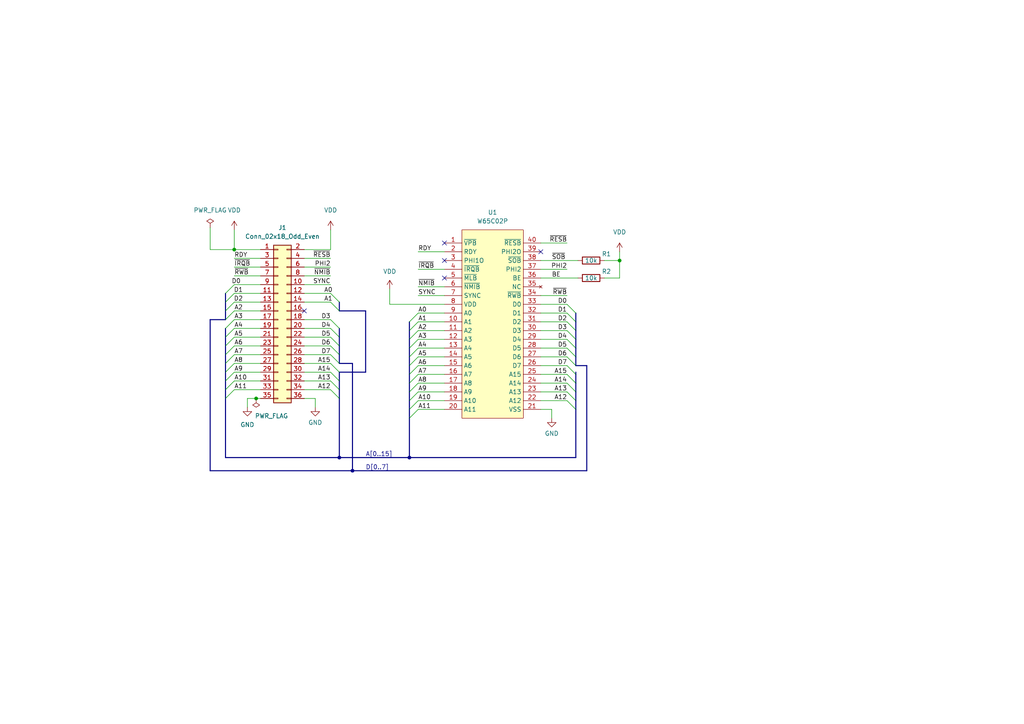
<source format=kicad_sch>
(kicad_sch (version 20211123) (generator eeschema)
  (paper "A4")
  (lib_symbols
    (symbol "Connector_Generic:Conn_02x18_Odd_Even" (pin_names (offset 1.016) hide)
      (property "Reference" "J" (at 1.27 22.86 0))
      (property "Value" "Conn_02x18_Odd_Even" (at 1.27 -25.4 0))
      (symbol "Conn_02x18_Odd_Even_1_1"
        (rectangle (start -1.27 -22.733) (end 0 -22.987) (stroke (width 0.1524)))
        (rectangle (start -1.27 -20.193) (end 0 -20.447) (stroke (width 0.1524)))
        (rectangle (start -1.27 -17.653) (end 0 -17.907) (stroke (width 0.1524)))
        (rectangle (start -1.27 -15.113) (end 0 -15.367) (stroke (width 0.1524)))
        (rectangle (start -1.27 -12.573) (end 0 -12.827) (stroke (width 0.1524)))
        (rectangle (start -1.27 -10.033) (end 0 -10.287) (stroke (width 0.1524)))
        (rectangle (start -1.27 -7.493) (end 0 -7.747) (stroke (width 0.1524)))
        (rectangle (start -1.27 -4.953) (end 0 -5.207) (stroke (width 0.1524)))
        (rectangle (start -1.27 -2.413) (end 0 -2.667) (stroke (width 0.1524)))
        (rectangle (start -1.27 0.127) (end 0 -0.127) (stroke (width 0.1524)))
        (rectangle (start -1.27 2.667) (end 0 2.413) (stroke (width 0.1524)))
        (rectangle (start -1.27 5.207) (end 0 4.953) (stroke (width 0.1524)))
        (rectangle (start -1.27 7.747) (end 0 7.493) (stroke (width 0.1524)))
        (rectangle (start -1.27 10.287) (end 0 10.033) (stroke (width 0.1524)))
        (rectangle (start -1.27 12.827) (end 0 12.573) (stroke (width 0.1524)))
        (rectangle (start -1.27 15.367) (end 0 15.113) (stroke (width 0.1524)))
        (rectangle (start -1.27 17.907) (end 0 17.653) (stroke (width 0.1524)))
        (rectangle (start -1.27 20.447) (end 0 20.193) (stroke (width 0.1524)))
        (rectangle (start -1.27 21.59) (end 3.81 -24.13) (stroke (width 0.254)) (fill (type background)))
        (rectangle (start 3.81 -22.733) (end 2.54 -22.987) (stroke (width 0.1524)))
        (rectangle (start 3.81 -20.193) (end 2.54 -20.447) (stroke (width 0.1524)))
        (rectangle (start 3.81 -17.653) (end 2.54 -17.907) (stroke (width 0.1524)))
        (rectangle (start 3.81 -15.113) (end 2.54 -15.367) (stroke (width 0.1524)))
        (rectangle (start 3.81 -12.573) (end 2.54 -12.827) (stroke (width 0.1524)))
        (rectangle (start 3.81 -10.033) (end 2.54 -10.287) (stroke (width 0.1524)))
        (rectangle (start 3.81 -7.493) (end 2.54 -7.747) (stroke (width 0.1524)))
        (rectangle (start 3.81 -4.953) (end 2.54 -5.207) (stroke (width 0.1524)))
        (rectangle (start 3.81 -2.413) (end 2.54 -2.667) (stroke (width 0.1524)))
        (rectangle (start 3.81 0.127) (end 2.54 -0.127) (stroke (width 0.1524)))
        (rectangle (start 3.81 2.667) (end 2.54 2.413) (stroke (width 0.1524)))
        (rectangle (start 3.81 5.207) (end 2.54 4.953) (stroke (width 0.1524)))
        (rectangle (start 3.81 7.747) (end 2.54 7.493) (stroke (width 0.1524)))
        (rectangle (start 3.81 10.287) (end 2.54 10.033) (stroke (width 0.1524)))
        (rectangle (start 3.81 12.827) (end 2.54 12.573) (stroke (width 0.1524)))
        (rectangle (start 3.81 15.367) (end 2.54 15.113) (stroke (width 0.1524)))
        (rectangle (start 3.81 17.907) (end 2.54 17.653) (stroke (width 0.1524)))
        (rectangle (start 3.81 20.447) (end 2.54 20.193) (stroke (width 0.1524)))
        (pin passive line (at -5.08 20.32 0) (length 3.81) (name "Pin_1") (number "1"))
        (pin passive line (at 7.62 10.16 180) (length 3.81) (name "Pin_10") (number "10"))
        (pin passive line (at -5.08 7.62 0) (length 3.81) (name "Pin_11") (number "11"))
        (pin passive line (at 7.62 7.62 180) (length 3.81) (name "Pin_12") (number "12"))
        (pin passive line (at -5.08 5.08 0) (length 3.81) (name "Pin_13") (number "13"))
        (pin passive line (at 7.62 5.08 180) (length 3.81) (name "Pin_14") (number "14"))
        (pin passive line (at -5.08 2.54 0) (length 3.81) (name "Pin_15") (number "15"))
        (pin passive line (at 7.62 2.54 180) (length 3.81) (name "Pin_16") (number "16"))
        (pin passive line (at -5.08 0 0) (length 3.81) (name "Pin_17") (number "17"))
        (pin passive line (at 7.62 0 180) (length 3.81) (name "Pin_18") (number "18"))
        (pin passive line (at -5.08 -2.54 0) (length 3.81) (name "Pin_19") (number "19"))
        (pin passive line (at 7.62 20.32 180) (length 3.81) (name "Pin_2") (number "2"))
        (pin passive line (at 7.62 -2.54 180) (length 3.81) (name "Pin_20") (number "20"))
        (pin passive line (at -5.08 -5.08 0) (length 3.81) (name "Pin_21") (number "21"))
        (pin passive line (at 7.62 -5.08 180) (length 3.81) (name "Pin_22") (number "22"))
        (pin passive line (at -5.08 -7.62 0) (length 3.81) (name "Pin_23") (number "23"))
        (pin passive line (at 7.62 -7.62 180) (length 3.81) (name "Pin_24") (number "24"))
        (pin passive line (at -5.08 -10.16 0) (length 3.81) (name "Pin_25") (number "25"))
        (pin passive line (at 7.62 -10.16 180) (length 3.81) (name "Pin_26") (number "26"))
        (pin passive line (at -5.08 -12.7 0) (length 3.81) (name "Pin_27") (number "27"))
        (pin passive line (at 7.62 -12.7 180) (length 3.81) (name "Pin_28") (number "28"))
        (pin passive line (at -5.08 -15.24 0) (length 3.81) (name "Pin_29") (number "29"))
        (pin passive line (at -5.08 17.78 0) (length 3.81) (name "Pin_3") (number "3"))
        (pin passive line (at 7.62 -15.24 180) (length 3.81) (name "Pin_30") (number "30"))
        (pin passive line (at -5.08 -17.78 0) (length 3.81) (name "Pin_31") (number "31"))
        (pin passive line (at 7.62 -17.78 180) (length 3.81) (name "Pin_32") (number "32"))
        (pin passive line (at -5.08 -20.32 0) (length 3.81) (name "Pin_33") (number "33"))
        (pin passive line (at 7.62 -20.32 180) (length 3.81) (name "Pin_34") (number "34"))
        (pin passive line (at -5.08 -22.86 0) (length 3.81) (name "Pin_35") (number "35"))
        (pin passive line (at 7.62 -22.86 180) (length 3.81) (name "Pin_36") (number "36"))
        (pin passive line (at 7.62 17.78 180) (length 3.81) (name "Pin_4") (number "4"))
        (pin passive line (at -5.08 15.24 0) (length 3.81) (name "Pin_5") (number "5"))
        (pin passive line (at 7.62 15.24 180) (length 3.81) (name "Pin_6") (number "6"))
        (pin passive line (at -5.08 12.7 0) (length 3.81) (name "Pin_7") (number "7"))
        (pin passive line (at 7.62 12.7 180) (length 3.81) (name "Pin_8") (number "8"))
        (pin passive line (at -5.08 10.16 0) (length 3.81) (name "Pin_9") (number "9"))
      )
    )
    (symbol "Device:R" (pin_numbers hide) (pin_names (offset 0))
      (property "Reference" "R" (at 2.032 0 90))
      (property "Value" "R" (at 0 0 90))
      (symbol "R_0_1"
        (rectangle (start -1.016 -2.54) (end 1.016 2.54) (stroke (width 0.254)))
      )
      (symbol "R_1_1"
        (pin passive line (at 0 3.81 270) (length 1.27) (name "~") (number "1"))
        (pin passive line (at 0 -3.81 90) (length 1.27) (name "~") (number "2"))
      )
    )
    (symbol "IC:W65C02P"
      (property "Reference" "U" (at 0 0 0))
      (property "Value" "W65C02P" (at 16.51 0 0))
      (symbol "W65C02P_0_1"
        (rectangle (start 0 -1.27) (end 17.78 -55.88) (fill (type background)))
      )
      (symbol "W65C02P_1_1"
        (pin output line (at -5.08 -5.08 0) (length 5.08) (name "~{VPB}") (number "1"))
        (pin output line (at -5.08 -27.94 0) (length 5.08) (name "A1") (number "10"))
        (pin output line (at -5.08 -30.48 0) (length 5.08) (name "A2") (number "11"))
        (pin output line (at -5.08 -33.02 0) (length 5.08) (name "A3") (number "12"))
        (pin output line (at -5.08 -35.56 0) (length 5.08) (name "A4") (number "13"))
        (pin output line (at -5.08 -38.1 0) (length 5.08) (name "A5") (number "14"))
        (pin output line (at -5.08 -40.64 0) (length 5.08) (name "A6") (number "15"))
        (pin output line (at -5.08 -43.18 0) (length 5.08) (name "A7") (number "16"))
        (pin output line (at -5.08 -45.72 0) (length 5.08) (name "A8") (number "17"))
        (pin output line (at -5.08 -48.26 0) (length 5.08) (name "A9") (number "18"))
        (pin output line (at -5.08 -50.8 0) (length 5.08) (name "A10") (number "19"))
        (pin input line (at -5.08 -7.62 0) (length 5.08) (name "RDY") (number "2"))
        (pin output line (at -5.08 -53.34 0) (length 5.08) (name "A11") (number "20"))
        (pin input line (at 22.86 -53.34 180) (length 5.08) (name "VSS") (number "21"))
        (pin output line (at 22.86 -50.8 180) (length 5.08) (name "A12") (number "22"))
        (pin output line (at 22.86 -48.26 180) (length 5.08) (name "A13") (number "23"))
        (pin output line (at 22.86 -45.72 180) (length 5.08) (name "A14") (number "24"))
        (pin output line (at 22.86 -43.18 180) (length 5.08) (name "A15") (number "25"))
        (pin bidirectional line (at 22.86 -40.64 180) (length 5.08) (name "D7") (number "26"))
        (pin bidirectional line (at 22.86 -38.1 180) (length 5.08) (name "D6") (number "27"))
        (pin bidirectional line (at 22.86 -35.56 180) (length 5.08) (name "D5") (number "28"))
        (pin bidirectional line (at 22.86 -33.02 180) (length 5.08) (name "D4") (number "29"))
        (pin output line (at -5.08 -10.16 0) (length 5.08) (name "PHI1O") (number "3"))
        (pin bidirectional line (at 22.86 -30.48 180) (length 5.08) (name "D3") (number "30"))
        (pin bidirectional line (at 22.86 -27.94 180) (length 5.08) (name "D2") (number "31"))
        (pin bidirectional line (at 22.86 -25.4 180) (length 5.08) (name "D1") (number "32"))
        (pin bidirectional line (at 22.86 -22.86 180) (length 5.08) (name "D0") (number "33"))
        (pin output line (at 22.86 -20.32 180) (length 5.08) (name "~{RWB}") (number "34"))
        (pin no_connect line (at 22.86 -17.78 180) (length 5.08) (name "NC") (number "35"))
        (pin input line (at 22.86 -15.24 180) (length 5.08) (name "BE") (number "36"))
        (pin input line (at 22.86 -12.7 180) (length 5.08) (name "PHI2") (number "37"))
        (pin input line (at 22.86 -10.16 180) (length 5.08) (name "~{SOB}") (number "38"))
        (pin output line (at 22.86 -7.62 180) (length 5.08) (name "PHI2O") (number "39"))
        (pin input line (at -5.08 -12.7 0) (length 5.08) (name "~{IRQB}") (number "4"))
        (pin input line (at 22.86 -5.08 180) (length 5.08) (name "~{RESB}") (number "40"))
        (pin output line (at -5.08 -15.24 0) (length 5.08) (name "~{MLB}") (number "5"))
        (pin input line (at -5.08 -17.78 0) (length 5.08) (name "~{NMIB}") (number "6"))
        (pin output line (at -5.08 -20.32 0) (length 5.08) (name "SYNC") (number "7"))
        (pin power_in line (at -5.08 -22.86 0) (length 5.08) (name "VDD") (number "8"))
        (pin output line (at -5.08 -25.4 0) (length 5.08) (name "A0") (number "9"))
      )
    )
    (symbol "power:GND" (power) (pin_names (offset 0))
      (property "Value" "GND" (at 0 -3.81 0))
      (symbol "GND_0_1"
        (polyline (pts (xy 0 0) (xy 0 -1.27) (xy 1.27 -1.27) (xy 0 -2.54) (xy -1.27 -1.27) (xy 0 -1.27)))
      )
      (symbol "GND_1_1"
        (pin power_in line (at 0 0 270) (length 0) hide (name "GND") (number "1"))
      )
    )
    (symbol "power:PWR_FLAG" (power) (pin_numbers hide) (pin_names (offset 0) hide)
      (property "Value" "PWR_FLAG" (at 0 3.81 0))
      (symbol "PWR_FLAG_0_0"
        (pin power_out line (at 0 0 90) (length 0) (name "pwr") (number "1"))
      )
      (symbol "PWR_FLAG_0_1"
        (polyline (pts (xy 0 0) (xy 0 1.27) (xy -1.016 1.905) (xy 0 2.54) (xy 1.016 1.905) (xy 0 1.27)))
      )
    )
    (symbol "power:VDD" (power) (pin_names (offset 0))
      (property "Value" "VDD" (at 0 3.81 0))
      (symbol "VDD_0_1"
        (polyline (pts (xy -0.762 1.27) (xy 0 2.54)))
        (polyline (pts (xy 0 0) (xy 0 2.54)))
        (polyline (pts (xy 0 2.54) (xy 0.762 1.27)))
      )
      (symbol "VDD_1_1"
        (pin power_in line (at 0 0 90) (length 0) hide (name "VDD") (number "1"))
      )
    )
  )
  (junction (at 118.745 132.715))
  (junction (at 102.235 136.525))
  (junction (at 67.945 72.39))
  (junction (at 179.705 75.565))
  (junction (at 74.295 115.57))
  (junction (at 98.425 132.715))
  (no_connect (at 88.265 90.17))
  (no_connect (at 128.905 70.485))
  (no_connect (at 128.905 75.565))
  (no_connect (at 156.845 73.025))
  (no_connect (at 128.905 80.645))
  (bus_entry (at 121.285 118.745) (size -2.54 2.54))
  (bus_entry (at 67.945 87.63) (size -2.54 2.54))
  (bus_entry (at 67.945 85.09) (size -2.54 2.54))
  (bus_entry (at 164.465 116.205) (size 2.54 2.54))
  (bus_entry (at 164.465 106.045) (size 2.54 2.54))
  (bus_entry (at 164.465 93.345) (size 2.54 2.54))
  (bus_entry (at 67.945 90.17) (size -2.54 2.54))
  (bus_entry (at 121.285 116.205) (size -2.54 2.54))
  (bus_entry (at 164.465 98.425) (size 2.54 2.54))
  (bus_entry (at 67.945 92.71) (size -2.54 2.54))
  (bus_entry (at 164.465 100.965) (size 2.54 2.54))
  (bus_entry (at 67.945 102.87) (size -2.54 2.54))
  (bus_entry (at 67.945 82.55) (size -2.54 2.54))
  (bus_entry (at 95.885 107.95) (size 2.54 2.54))
  (bus_entry (at 95.885 105.41) (size 2.54 2.54))
  (bus_entry (at 95.885 102.87) (size 2.54 2.54))
  (bus_entry (at 95.885 113.03) (size 2.54 2.54))
  (bus_entry (at 95.885 110.49) (size 2.54 2.54))
  (bus_entry (at 95.885 92.71) (size 2.54 2.54))
  (bus_entry (at 95.885 100.33) (size 2.54 2.54))
  (bus_entry (at 95.885 97.79) (size 2.54 2.54))
  (bus_entry (at 95.885 95.25) (size 2.54 2.54))
  (bus_entry (at 95.885 87.63) (size 2.54 2.54))
  (bus_entry (at 95.885 85.09) (size 2.54 2.54))
  (bus_entry (at 121.285 111.125) (size -2.54 2.54))
  (bus_entry (at 164.465 88.265) (size 2.54 2.54))
  (bus_entry (at 121.285 90.805) (size -2.54 2.54))
  (bus_entry (at 67.945 113.03) (size -2.54 2.54))
  (bus_entry (at 164.465 113.665) (size 2.54 2.54))
  (bus_entry (at 121.285 103.505) (size -2.54 2.54))
  (bus_entry (at 121.285 113.665) (size -2.54 2.54))
  (bus_entry (at 164.465 95.885) (size 2.54 2.54))
  (bus_entry (at 164.465 90.805) (size 2.54 2.54))
  (bus_entry (at 164.465 108.585) (size 2.54 2.54))
  (bus_entry (at 164.465 111.125) (size 2.54 2.54))
  (bus_entry (at 67.945 105.41) (size -2.54 2.54))
  (bus_entry (at 67.945 95.25) (size -2.54 2.54))
  (bus_entry (at 121.285 108.585) (size -2.54 2.54))
  (bus_entry (at 67.945 107.95) (size -2.54 2.54))
  (bus_entry (at 67.945 100.33) (size -2.54 2.54))
  (bus_entry (at 67.945 97.79) (size -2.54 2.54))
  (bus_entry (at 67.945 110.49) (size -2.54 2.54))
  (bus_entry (at 121.285 100.965) (size -2.54 2.54))
  (bus_entry (at 121.285 98.425) (size -2.54 2.54))
  (bus_entry (at 121.285 95.885) (size -2.54 2.54))
  (bus_entry (at 121.285 106.045) (size -2.54 2.54))
  (bus_entry (at 121.285 93.345) (size -2.54 2.54))
  (bus_entry (at 164.465 103.505) (size 2.54 2.54))
  (bus (pts (xy 118.745 103.505) (xy 118.745 106.045)))
  (wire (pts (xy 88.265 102.87) (xy 95.885 102.87)))
  (bus (pts (xy 118.745 108.585) (xy 118.745 111.125)))
  (bus (pts (xy 98.425 90.17) (xy 106.045 90.17)))
  (wire (pts (xy 67.945 80.01) (xy 75.565 80.01)))
  (bus (pts (xy 118.745 132.715) (xy 167.005 132.715)))
  (wire (pts (xy 95.885 82.55) (xy 88.265 82.55)))
  (wire (pts (xy 67.945 107.95) (xy 75.565 107.95)))
  (bus (pts (xy 167.005 103.505) (xy 167.005 100.965)))
  (bus (pts (xy 65.405 100.33) (xy 65.405 102.87)))
  (wire (pts (xy 67.945 90.17) (xy 75.565 90.17)))
  (wire (pts (xy 121.285 103.505) (xy 128.905 103.505)))
  (wire (pts (xy 156.845 103.505) (xy 164.465 103.505)))
  (wire (pts (xy 156.845 95.885) (xy 164.465 95.885)))
  (bus (pts (xy 65.405 102.87) (xy 65.405 105.41)))
  (wire (pts (xy 88.265 95.25) (xy 95.885 95.25)))
  (bus (pts (xy 106.045 107.95) (xy 98.425 107.95)))
  (wire (pts (xy 88.265 85.09) (xy 95.885 85.09)))
  (wire (pts (xy 74.295 115.57) (xy 75.565 115.57)))
  (wire (pts (xy 121.285 83.185) (xy 128.905 83.185)))
  (wire (pts (xy 179.705 75.565) (xy 175.26 75.565)))
  (wire (pts (xy 121.285 116.205) (xy 128.905 116.205)))
  (bus (pts (xy 98.425 105.41) (xy 102.235 105.41)))
  (wire (pts (xy 121.285 85.725) (xy 128.905 85.725)))
  (bus (pts (xy 170.18 136.525) (xy 170.18 106.045)))
  (bus (pts (xy 65.405 115.57) (xy 65.405 132.715)))
  (wire (pts (xy 121.285 93.345) (xy 128.905 93.345)))
  (bus (pts (xy 102.235 105.41) (xy 102.235 136.525)))
  (wire (pts (xy 71.755 115.57) (xy 74.295 115.57)))
  (wire (pts (xy 160.02 118.745) (xy 160.02 121.285)))
  (wire (pts (xy 71.755 118.11) (xy 71.755 115.57)))
  (wire (pts (xy 156.845 75.565) (xy 167.64 75.565)))
  (wire (pts (xy 60.96 66.04) (xy 60.96 72.39)))
  (wire (pts (xy 121.285 111.125) (xy 128.905 111.125)))
  (wire (pts (xy 67.945 87.63) (xy 75.565 87.63)))
  (wire (pts (xy 95.885 110.49) (xy 88.265 110.49)))
  (wire (pts (xy 95.885 80.01) (xy 88.265 80.01)))
  (bus (pts (xy 118.745 95.885) (xy 118.745 98.425)))
  (bus (pts (xy 60.96 136.525) (xy 102.235 136.525)))
  (wire (pts (xy 67.945 110.49) (xy 75.565 110.49)))
  (wire (pts (xy 75.565 82.55) (xy 67.945 82.55)))
  (wire (pts (xy 164.465 113.665) (xy 156.845 113.665)))
  (bus (pts (xy 167.005 108.585) (xy 167.005 107.95)))
  (bus (pts (xy 167.005 100.965) (xy 167.005 98.425)))
  (wire (pts (xy 113.03 88.265) (xy 128.905 88.265)))
  (bus (pts (xy 167.005 93.345) (xy 167.005 90.805)))
  (wire (pts (xy 67.945 100.33) (xy 75.565 100.33)))
  (wire (pts (xy 156.845 93.345) (xy 164.465 93.345)))
  (wire (pts (xy 88.265 115.57) (xy 91.44 115.57)))
  (bus (pts (xy 65.405 90.17) (xy 65.405 92.71)))
  (bus (pts (xy 98.425 87.63) (xy 98.425 90.17)))
  (bus (pts (xy 65.405 92.71) (xy 60.96 92.71)))
  (bus (pts (xy 98.425 110.49) (xy 98.425 113.03)))
  (wire (pts (xy 60.96 72.39) (xy 67.945 72.39)))
  (bus (pts (xy 118.745 100.965) (xy 118.745 103.505)))
  (bus (pts (xy 167.005 98.425) (xy 167.005 95.885)))
  (bus (pts (xy 65.405 85.09) (xy 65.405 87.63)))
  (wire (pts (xy 156.845 90.805) (xy 164.465 90.805)))
  (bus (pts (xy 167.005 113.665) (xy 167.005 111.125)))
  (wire (pts (xy 88.265 74.93) (xy 95.885 74.93)))
  (wire (pts (xy 121.285 98.425) (xy 128.905 98.425)))
  (bus (pts (xy 167.005 95.885) (xy 167.005 93.345)))
  (wire (pts (xy 88.265 77.47) (xy 95.885 77.47)))
  (wire (pts (xy 121.285 100.965) (xy 128.905 100.965)))
  (bus (pts (xy 118.745 118.745) (xy 118.745 121.285)))
  (wire (pts (xy 121.285 113.665) (xy 128.905 113.665)))
  (wire (pts (xy 156.845 106.045) (xy 164.465 106.045)))
  (bus (pts (xy 98.425 107.95) (xy 98.425 110.49)))
  (bus (pts (xy 118.745 93.345) (xy 118.745 95.885)))
  (wire (pts (xy 75.565 77.47) (xy 67.945 77.47)))
  (bus (pts (xy 167.005 132.715) (xy 167.005 118.745)))
  (bus (pts (xy 106.045 90.17) (xy 106.045 107.95)))
  (bus (pts (xy 98.425 132.715) (xy 65.405 132.715)))
  (wire (pts (xy 67.945 113.03) (xy 75.565 113.03)))
  (bus (pts (xy 60.96 92.71) (xy 60.96 136.525)))
  (bus (pts (xy 118.745 121.285) (xy 118.745 132.715)))
  (wire (pts (xy 67.945 74.93) (xy 75.565 74.93)))
  (wire (pts (xy 67.945 85.09) (xy 75.565 85.09)))
  (wire (pts (xy 95.885 72.39) (xy 95.885 66.675)))
  (wire (pts (xy 156.845 70.485) (xy 164.465 70.485)))
  (wire (pts (xy 88.265 105.41) (xy 95.885 105.41)))
  (wire (pts (xy 121.285 118.745) (xy 128.905 118.745)))
  (wire (pts (xy 95.885 113.03) (xy 88.265 113.03)))
  (wire (pts (xy 67.945 97.79) (xy 75.565 97.79)))
  (wire (pts (xy 67.945 72.39) (xy 75.565 72.39)))
  (wire (pts (xy 164.465 116.205) (xy 156.845 116.205)))
  (wire (pts (xy 121.285 73.025) (xy 128.905 73.025)))
  (wire (pts (xy 164.465 111.125) (xy 156.845 111.125)))
  (bus (pts (xy 118.745 116.205) (xy 118.745 118.745)))
  (wire (pts (xy 67.945 66.675) (xy 67.945 72.39)))
  (wire (pts (xy 156.845 108.585) (xy 164.465 108.585)))
  (bus (pts (xy 167.005 118.745) (xy 167.005 116.205)))
  (wire (pts (xy 164.465 85.725) (xy 156.845 85.725)))
  (bus (pts (xy 98.425 113.03) (xy 98.425 115.57)))
  (wire (pts (xy 156.845 118.745) (xy 160.02 118.745)))
  (bus (pts (xy 118.745 132.715) (xy 98.425 132.715)))
  (wire (pts (xy 179.705 80.645) (xy 175.26 80.645)))
  (wire (pts (xy 95.885 107.95) (xy 88.265 107.95)))
  (bus (pts (xy 65.405 95.25) (xy 65.405 97.79)))
  (wire (pts (xy 121.285 90.805) (xy 128.905 90.805)))
  (wire (pts (xy 88.265 100.33) (xy 95.885 100.33)))
  (bus (pts (xy 98.425 115.57) (xy 98.425 132.715)))
  (bus (pts (xy 65.405 110.49) (xy 65.405 113.03)))
  (wire (pts (xy 156.845 78.105) (xy 164.465 78.105)))
  (wire (pts (xy 67.945 95.25) (xy 75.565 95.25)))
  (wire (pts (xy 121.285 95.885) (xy 128.905 95.885)))
  (bus (pts (xy 65.405 113.03) (xy 65.405 115.57)))
  (wire (pts (xy 88.265 92.71) (xy 95.885 92.71)))
  (bus (pts (xy 65.405 107.95) (xy 65.405 110.49)))
  (bus (pts (xy 98.425 100.33) (xy 98.425 102.87)))
  (bus (pts (xy 65.405 105.41) (xy 65.405 107.95)))
  (wire (pts (xy 88.265 72.39) (xy 95.885 72.39)))
  (wire (pts (xy 91.44 115.57) (xy 91.44 118.11)))
  (wire (pts (xy 67.945 92.71) (xy 75.565 92.71)))
  (bus (pts (xy 98.425 102.87) (xy 98.425 105.41)))
  (wire (pts (xy 156.845 100.965) (xy 164.465 100.965)))
  (wire (pts (xy 88.265 87.63) (xy 95.885 87.63)))
  (wire (pts (xy 156.845 88.265) (xy 164.465 88.265)))
  (bus (pts (xy 167.005 116.205) (xy 167.005 113.665)))
  (wire (pts (xy 113.03 83.82) (xy 113.03 88.265)))
  (bus (pts (xy 102.235 136.525) (xy 170.18 136.525)))
  (wire (pts (xy 121.285 106.045) (xy 128.905 106.045)))
  (bus (pts (xy 65.405 87.63) (xy 65.405 90.17)))
  (wire (pts (xy 156.845 80.645) (xy 167.64 80.645)))
  (wire (pts (xy 179.705 75.565) (xy 179.705 80.645)))
  (bus (pts (xy 98.425 97.79) (xy 98.425 100.33)))
  (wire (pts (xy 67.945 102.87) (xy 75.565 102.87)))
  (bus (pts (xy 167.005 106.045) (xy 167.005 103.505)))
  (bus (pts (xy 118.745 98.425) (xy 118.745 100.965)))
  (wire (pts (xy 128.905 78.105) (xy 121.285 78.105)))
  (wire (pts (xy 179.705 73.025) (xy 179.705 75.565)))
  (bus (pts (xy 118.745 111.125) (xy 118.745 113.665)))
  (wire (pts (xy 156.845 98.425) (xy 164.465 98.425)))
  (wire (pts (xy 67.945 105.41) (xy 75.565 105.41)))
  (bus (pts (xy 118.745 106.045) (xy 118.745 108.585)))
  (bus (pts (xy 167.005 111.125) (xy 167.005 108.585)))
  (wire (pts (xy 121.285 108.585) (xy 128.905 108.585)))
  (bus (pts (xy 118.745 113.665) (xy 118.745 116.205)))
  (bus (pts (xy 98.425 95.25) (xy 98.425 97.79)))
  (wire (pts (xy 88.265 97.79) (xy 95.885 97.79)))
  (bus (pts (xy 65.405 97.79) (xy 65.405 100.33)))
  (bus (pts (xy 170.18 106.045) (xy 167.005 106.045)))
  (label "A13" (at 164.465 113.665 180))
  (label "D1" (at 70.485 85.09 180))
  (label "D2" (at 164.465 93.345 180))
  (label "A8" (at 121.285 111.125 0))
  (label "A11" (at 67.945 113.03 0))
  (label "RDY" (at 121.285 73.025 0))
  (label "D4" (at 164.465 98.425 180))
  (label "~{RESB}" (at 164.465 70.485 180))
  (label "A5" (at 121.285 103.505 0))
  (label "A6" (at 67.945 100.33 0))
  (label "D7" (at 95.885 102.87 180))
  (label "PHI2" (at 95.885 77.47 180))
  (label "A7" (at 67.945 102.87 0))
  (label "D7" (at 164.465 106.045 180))
  (label "A13" (at 95.885 110.49 180))
  (label "PHI2" (at 164.465 78.105 180))
  (label "A14" (at 95.885 107.95 180))
  (label "A1" (at 121.285 93.345 0))
  (label "A9" (at 121.285 113.665 0))
  (label "A9" (at 67.945 107.95 0))
  (label "SYNC" (at 95.885 82.55 180))
  (label "D6" (at 95.885 100.33 180))
  (label "A5" (at 67.945 97.79 0))
  (label "A15" (at 164.465 108.585 180))
  (label "D5" (at 164.465 100.965 180))
  (label "A0" (at 121.285 90.805 0))
  (label "A3" (at 121.285 98.425 0))
  (label "~{RWB}" (at 164.465 85.725 180))
  (label "D[0..7]" (at 106.045 136.525 0))
  (label "A7" (at 121.285 108.585 0))
  (label "~{NMIB}" (at 95.885 80.01 180))
  (label "A8" (at 67.945 105.41 0))
  (label "D0" (at 164.465 88.265 180))
  (label "A12" (at 95.885 113.03 180))
  (label "A2" (at 121.285 95.885 0))
  (label "~{RWB}" (at 67.945 80.01 0))
  (label "A12" (at 164.465 116.205 180))
  (label "RDY" (at 67.945 74.93 0))
  (label "A3" (at 67.945 92.71 0))
  (label "A1" (at 93.98 87.63 0))
  (label "~{NMIB}" (at 121.285 83.185 0))
  (label "A4" (at 121.285 100.965 0))
  (label "D3" (at 95.885 92.71 180))
  (label "A0" (at 93.98 85.09 0))
  (label "D3" (at 164.465 95.885 180))
  (label "A6" (at 121.285 106.045 0))
  (label "~{IRQB}" (at 67.945 77.47 0))
  (label "~{SOB}" (at 160.02 75.565 0))
  (label "A11" (at 121.285 118.745 0))
  (label "D1" (at 164.465 90.805 180))
  (label "A[0..15]" (at 106.045 132.715 0))
  (label "A15" (at 95.885 105.41 180))
  (label "D0" (at 69.85 82.55 180))
  (label "D4" (at 95.885 95.25 180))
  (label "A14" (at 164.465 111.125 180))
  (label "D6" (at 164.465 103.505 180))
  (label "BE" (at 160.02 80.645 0))
  (label "A10" (at 121.285 116.205 0))
  (label "D5" (at 95.885 97.79 180))
  (label "A4" (at 67.945 95.25 0))
  (label "A10" (at 67.945 110.49 0))
  (label "~{RESB}" (at 95.885 74.93 180))
  (label "A2" (at 67.945 90.17 0))
  (label "D2" (at 70.485 87.63 180))
  (label "~{IRQB}" (at 121.285 78.105 0))
  (label "SYNC" (at 121.285 85.725 0))
  (symbol (lib_id "power:VDD") (at 113.03 83.82 0) (unit 1)
    (property "Reference" "#PWR04" (effects hide))
    (property "Value" "VDD" (at 113.03 78.74 0))
  )
  (symbol (lib_id "power:GND") (at 71.755 118.11 0) (unit 1)
    (property "Reference" "#PWR05" (effects hide))
    (property "Value" "GND" (at 71.755 123.19 0))
  )
  (symbol (lib_id "power:VDD") (at 67.945 66.675 0) (unit 1)
    (property "Reference" "#PWR01" (effects hide))
    (property "Value" "VDD" (at 67.945 60.96 0))
  )
  (symbol (lib_id "IC:W65C02P") (at 133.985 65.405 0) (unit 1)
    (property "Reference" "U1" (at 142.875 61.595 0))
    (property "Value" "W65C02P" (at 142.875 64.135 0))
    (property "Footprint" "Package_DIP:DIP-40_W15.24mm_Socket_LongPads" (effects hide))
    (property "Datasheet" "https://www.westerndesigncenter.com/wdc/documentation/w65c02s.pdf" (effects hide))
  )
  (symbol (lib_id "power:PWR_FLAG") (at 74.295 115.57 180) (unit 1)
    (property "Reference" "#FLG0101" (effects hide))
    (property "Value" "PWR_FLAG" (at 78.74 120.65 0))
  )
  (symbol (lib_id "power:GND") (at 91.44 118.11 0) (unit 1)
    (property "Reference" "#PWR06" (effects hide))
    (property "Value" "GND" (at 91.44 122.555 0))
  )
  (symbol (lib_id "power:VDD") (at 95.885 66.675 0) (unit 1)
    (property "Reference" "#PWR02" (effects hide))
    (property "Value" "VDD" (at 95.885 60.96 0))
  )
  (symbol (lib_id "Device:R") (at 171.45 75.565 90) (unit 1)
    (property "Reference" "R1" (at 175.895 73.66 90))
    (property "Value" "10k" (at 171.45 75.565 90))
    (property "Footprint" "Resistor_SMD:R_0603_1608Metric_Pad0.98x0.95mm_HandSolder" (effects hide))
  )
  (symbol (lib_id "power:VDD") (at 179.705 73.025 0) (unit 1)
    (property "Reference" "#PWR03" (effects hide))
    (property "Value" "VDD" (at 179.705 67.31 0))
  )
  (symbol (lib_id "power:GND") (at 160.02 121.285 0) (unit 1)
    (property "Reference" "#PWR07" (effects hide))
    (property "Value" "GND" (at 160.02 125.73 0))
  )
  (symbol (lib_id "Device:R") (at 171.45 80.645 90) (unit 1)
    (property "Reference" "R2" (at 175.895 78.74 90))
    (property "Value" "10k" (at 171.45 80.645 90))
    (property "Footprint" "Resistor_SMD:R_0603_1608Metric_Pad0.98x0.95mm_HandSolder" (effects hide))
  )
  (symbol (lib_id "power:PWR_FLAG") (at 60.96 66.04 0) (unit 1)
    (property "Reference" "#FLG01" (effects hide))
    (property "Value" "PWR_FLAG" (at 60.96 60.96 0))
  )
  (symbol (lib_id "Connector_Generic:Conn_02x18_Odd_Even") (at 80.645 92.71 0) (unit 1)
    (property "Reference" "J1" (at 81.915 66.04 0))
    (property "Value" "Conn_02x18_Odd_Even" (at 81.915 68.58 0))
    (property "Footprint" "Connector_PinSocket_2.54mm:PinSocket_2x18_P2.54mm_Vertical" (effects hide))
  )
)
</source>
